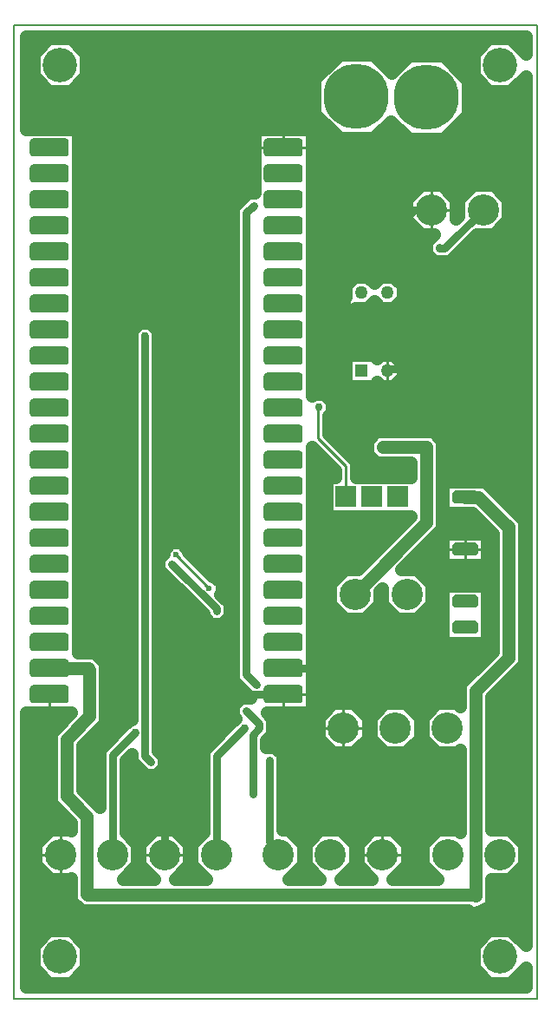
<source format=gbr>
G04 PROTEUS GERBER X2 FILE*
%TF.GenerationSoftware,Labcenter,Proteus,8.13-SP0-Build31525*%
%TF.CreationDate,2024-05-12T14:24:26+00:00*%
%TF.FileFunction,Copper,L1,Top*%
%TF.FilePolarity,Positive*%
%TF.Part,Single*%
%TF.SameCoordinates,{a0f7e056-3ba2-47e4-9380-b7f19c802b0c}*%
%FSLAX45Y45*%
%MOMM*%
G01*
%TA.AperFunction,Conductor*%
%ADD10C,0.762000*%
%ADD11C,0.279400*%
%ADD12C,1.270000*%
%TA.AperFunction,ViaPad*%
%ADD13C,0.762000*%
%ADD14C,0.600000*%
%TA.AperFunction,Conductor*%
%ADD15C,0.254000*%
%AMPPAD006*
4,1,36,
-1.905000,-0.584200,
-1.905000,0.584200,
-1.898940,0.646520,
-1.881490,0.704160,
-1.853770,0.755980,
-1.816890,0.800890,
-1.771980,0.837760,
-1.720160,0.865480,
-1.662520,0.882930,
-1.600200,0.889000,
1.600200,0.889000,
1.662520,0.882930,
1.720160,0.865480,
1.771980,0.837760,
1.816890,0.800890,
1.853770,0.755980,
1.881490,0.704160,
1.898940,0.646520,
1.905000,0.584200,
1.905000,-0.584200,
1.898940,-0.646520,
1.881490,-0.704160,
1.853770,-0.755980,
1.816890,-0.800890,
1.771980,-0.837760,
1.720160,-0.865480,
1.662520,-0.882930,
1.600200,-0.889000,
-1.600200,-0.889000,
-1.662520,-0.882930,
-1.720160,-0.865480,
-1.771980,-0.837760,
-1.816890,-0.800890,
-1.853770,-0.755980,
-1.881490,-0.704160,
-1.898940,-0.646520,
-1.905000,-0.584200,
0*%
%TA.AperFunction,ComponentPad*%
%ADD16PPAD006*%
%TA.AperFunction,ComponentPad*%
%ADD17C,3.048000*%
%AMDIL008*
4,1,8,
-1.270000,0.381000,-1.016000,0.635000,1.016000,0.635000,1.270000,0.381000,1.270000,-0.381000,
1.016000,-0.635000,-1.016000,-0.635000,-1.270000,-0.381000,-1.270000,0.381000,
0*%
%ADD18DIL008*%
%TA.AperFunction,ComponentPad*%
%ADD19R,2.032000X2.032000*%
%TA.AperFunction,ComponentPad*%
%ADD70R,1.270000X1.270000*%
%ADD71C,1.270000*%
%TA.AperFunction,OtherPad,Unknown*%
%ADD20C,3.352800*%
%ADD21C,6.350000*%
%TA.AperFunction,Profile*%
%ADD22C,0.203200*%
%TD.AperFunction*%
G36*
X+3002940Y+5869861D02*
X+2856262Y+6016539D01*
X+2643738Y+6016539D01*
X+2493461Y+5866262D01*
X+2493461Y+5653738D01*
X+2643738Y+5503461D01*
X+2856262Y+5503461D01*
X+3002940Y+5650139D01*
X+3002940Y-2830139D01*
X+2856262Y-2683461D01*
X+2643738Y-2683461D01*
X+2493461Y-2833738D01*
X+2493461Y-3046262D01*
X+2643738Y-3196539D01*
X+2856262Y-3196539D01*
X+3002940Y-3049861D01*
X+3002940Y-3238240D01*
X-1883540Y-3238240D01*
X-1883540Y-558799D01*
X-1437978Y-558799D01*
X-1636891Y-757712D01*
X-1636891Y-1438182D01*
X-1437496Y-1637577D01*
X-1437496Y-1709056D01*
X-1444751Y-1701801D01*
X-1644649Y-1701801D01*
X-1785999Y-1843151D01*
X-1785999Y-2043049D01*
X-1644649Y-2184399D01*
X-1444751Y-2184399D01*
X-1437496Y-2177144D01*
X-1437496Y-2392213D01*
X-1342086Y-2487623D01*
X+2438892Y-2487623D01*
X+2479480Y-2528211D01*
X+2667636Y-2450273D01*
X+2667636Y-2184399D01*
X+2847849Y-2184399D01*
X+2989199Y-2043049D01*
X+2989199Y-1843151D01*
X+2847849Y-1701801D01*
X+2667636Y-1701801D01*
X+2667636Y-409035D01*
X+2988299Y-88372D01*
X+2988299Y+1312565D01*
X+2625399Y+1675465D01*
X+2625399Y+1694499D01*
X+2193601Y+1694499D01*
X+2193601Y+1389701D01*
X+2480115Y+1389701D01*
X+2683501Y+1186315D01*
X+2683501Y+37878D01*
X+2362838Y-282785D01*
X+2362838Y-495590D01*
X+2335949Y-468701D01*
X+2136051Y-468701D01*
X+1994701Y-610051D01*
X+1994701Y-809949D01*
X+2136051Y-951299D01*
X+2335949Y-951299D01*
X+2362838Y-924410D01*
X+2362838Y-1724790D01*
X+2339849Y-1701801D01*
X+2139951Y-1701801D01*
X+1998601Y-1843151D01*
X+1998601Y-2043049D01*
X+2138377Y-2182825D01*
X+1701723Y-2182825D01*
X+1841499Y-2043049D01*
X+1841499Y-1843151D01*
X+1700149Y-1701801D01*
X+1500251Y-1701801D01*
X+1358901Y-1843151D01*
X+1358901Y-2043049D01*
X+1498677Y-2182825D01*
X+1193723Y-2182825D01*
X+1333499Y-2043049D01*
X+1333499Y-1843151D01*
X+1192149Y-1701801D01*
X+992251Y-1701801D01*
X+850901Y-1843151D01*
X+850901Y-2043049D01*
X+990677Y-2182825D01*
X+685723Y-2182825D01*
X+825499Y-2043049D01*
X+825499Y-1843151D01*
X+684149Y-1701801D01*
X+625695Y-1701801D01*
X+625695Y-968242D01*
X+551301Y-893848D01*
X+462741Y-893848D01*
X+462741Y-831356D01*
X+527372Y-766725D01*
X+527372Y-615770D01*
X+470401Y-558799D01*
X+914399Y-558799D01*
X+914399Y+2031633D01*
X+1141731Y+1804301D01*
X+1141731Y+1739899D01*
X+1085993Y+1739899D01*
X+1113248Y+1767154D01*
X+1113248Y+1832186D01*
X+1067264Y+1878170D01*
X+1002232Y+1878170D01*
X+956248Y+1832186D01*
X+956248Y+1767154D01*
X+1002232Y+1721170D01*
X+1054101Y+1721170D01*
X+1054101Y+1358901D01*
X+1879977Y+1358901D01*
X+1359275Y+838199D01*
X+1233551Y+838199D01*
X+1092201Y+696849D01*
X+1092201Y+496951D01*
X+1233551Y+355601D01*
X+1433449Y+355601D01*
X+1574799Y+496951D01*
X+1574799Y+622675D01*
X+1600201Y+648077D01*
X+1600201Y+496951D01*
X+1741551Y+355601D01*
X+1941449Y+355601D01*
X+2082799Y+496951D01*
X+2082799Y+696849D01*
X+1941449Y+838199D01*
X+1790323Y+838199D01*
X+2187882Y+1235758D01*
X+2187882Y+2094837D01*
X+2098608Y+2184111D01*
X+1543772Y+2184111D01*
X+1454499Y+2094838D01*
X+1454499Y+1968586D01*
X+1543772Y+1879313D01*
X+1883084Y+1879313D01*
X+1883084Y+1739899D01*
X+1347469Y+1739899D01*
X+1347469Y+1889519D01*
X+1075125Y+2161863D01*
X+1075125Y+2336500D01*
X+1105135Y+2366510D01*
X+1105135Y+2471720D01*
X+1030741Y+2546114D01*
X+925531Y+2546114D01*
X+914399Y+2534982D01*
X+914399Y+5130799D01*
X+355601Y+5130799D01*
X+355601Y+4514680D01*
X+291310Y+4514680D01*
X+145002Y+4368372D01*
X+145002Y-242604D01*
X+315400Y-413002D01*
X+219396Y-413002D01*
X+145002Y-487396D01*
X+145002Y-592604D01*
X+168256Y-615858D01*
X+128690Y-655425D01*
X+128690Y-655427D01*
X-147699Y-931816D01*
X-147699Y-1728851D01*
X-261999Y-1843151D01*
X-261999Y-2043049D01*
X-122223Y-2182825D01*
X-427177Y-2182825D01*
X-287401Y-2043049D01*
X-287401Y-1843151D01*
X-428751Y-1701801D01*
X-628649Y-1701801D01*
X-769999Y-1843151D01*
X-769999Y-2043049D01*
X-630223Y-2182825D01*
X-935177Y-2182825D01*
X-795401Y-2043049D01*
X-795401Y-1843151D01*
X-909701Y-1728851D01*
X-909701Y-1025803D01*
X-845518Y-961620D01*
X-845518Y-1035884D01*
X-787399Y-1094003D01*
X-787399Y-1094005D01*
X-713005Y-1168399D01*
X-607795Y-1168399D01*
X-533401Y-1094005D01*
X-533401Y-988795D01*
X-591520Y-930676D01*
X-591520Y+3164766D01*
X-665914Y+3239160D01*
X-771124Y+3239160D01*
X-845518Y+3164766D01*
X-845518Y-622301D01*
X-865405Y-622301D01*
X-939799Y-696695D01*
X-939799Y-696697D01*
X-1163699Y-920597D01*
X-1163699Y-1480326D01*
X-1332093Y-1311932D01*
X-1332093Y-883962D01*
X-1107601Y-659470D01*
X-1107601Y-76875D01*
X-1209875Y+25399D01*
X-1371601Y+25399D01*
X-1371601Y+5130799D01*
X-1883540Y+5130799D01*
X-1883540Y+6038240D01*
X+3002940Y+6038240D01*
X+3002940Y+5869861D01*
G37*
%LPC*%
G36*
X+2625399Y+373701D02*
X+2625399Y+119701D01*
X+2193601Y+119701D01*
X+2193601Y+678499D01*
X+2625399Y+678499D01*
X+2625399Y+373701D01*
G37*
G36*
X+2193601Y+881701D02*
X+2193601Y+1186499D01*
X+2625399Y+1186499D01*
X+2625399Y+881701D01*
X+2193601Y+881701D01*
G37*
G36*
X+2829599Y+4446049D02*
X+2829599Y+4246151D01*
X+2688249Y+4104801D01*
X+2526603Y+4104801D01*
X+2264523Y+3842721D01*
X+2110329Y+3842721D01*
X+2035935Y+3917115D01*
X+2035935Y+4032324D01*
X+2108412Y+4104801D01*
X+1980351Y+4104801D01*
X+1839001Y+4246151D01*
X+1839001Y+4446049D01*
X+1980351Y+4587399D01*
X+2180249Y+4587399D01*
X+2321599Y+4446049D01*
X+2321599Y+4259001D01*
X+2347001Y+4284403D01*
X+2347001Y+4446049D01*
X+2488351Y+4587399D01*
X+2688249Y+4587399D01*
X+2829599Y+4446049D01*
G37*
G36*
X+1799949Y+2840976D02*
X+1799949Y+2714724D01*
X+1710676Y+2625451D01*
X+1584424Y+2625451D01*
X+1545949Y+2663926D01*
X+1545949Y+2625451D01*
X+1241151Y+2625451D01*
X+1241151Y+2930249D01*
X+1545949Y+2930249D01*
X+1545949Y+2891774D01*
X+1584424Y+2930249D01*
X+1710676Y+2930249D01*
X+1799949Y+2840976D01*
G37*
G36*
X+1799949Y+3602976D02*
X+1799949Y+3476724D01*
X+1710676Y+3387451D01*
X+1584424Y+3387451D01*
X+1520550Y+3451325D01*
X+1456676Y+3387451D01*
X+1337028Y+3387451D01*
X+1337028Y+3378579D01*
X+1288671Y+3330222D01*
X+1220285Y+3330222D01*
X+1171928Y+3378579D01*
X+1171928Y+3446965D01*
X+1220285Y+3495322D01*
X+1241151Y+3495322D01*
X+1241151Y+3602976D01*
X+1330424Y+3692249D01*
X+1456676Y+3692249D01*
X+1520550Y+3628375D01*
X+1584424Y+3692249D01*
X+1710676Y+3692249D01*
X+1799949Y+3602976D01*
G37*
G36*
X-1806539Y+5653738D02*
X-1806539Y+5866262D01*
X-1656262Y+6016539D01*
X-1443738Y+6016539D01*
X-1293461Y+5866262D01*
X-1293461Y+5653738D01*
X-1443738Y+5503461D01*
X-1656262Y+5503461D01*
X-1806539Y+5653738D01*
G37*
G36*
X-1806539Y-3046262D02*
X-1806539Y-2833738D01*
X-1656262Y-2683461D01*
X-1443738Y-2683461D01*
X-1293461Y-2833738D01*
X-1293461Y-3046262D01*
X-1443738Y-3196539D01*
X-1656262Y-3196539D01*
X-1806539Y-3046262D01*
G37*
G36*
X+1695000Y+5679735D02*
X+1861664Y+5846399D01*
X+2198336Y+5846399D01*
X+2436399Y+5608336D01*
X+2436399Y+5271664D01*
X+2198336Y+5033601D01*
X+1861664Y+5033601D01*
X+1685000Y+5210265D01*
X+1518336Y+5043601D01*
X+1181664Y+5043601D01*
X+943601Y+5281664D01*
X+943601Y+5618336D01*
X+1181664Y+5856399D01*
X+1518336Y+5856399D01*
X+1695000Y+5679735D01*
G37*
G36*
X+978701Y-809949D02*
X+978701Y-610051D01*
X+1120051Y-468701D01*
X+1319949Y-468701D01*
X+1461299Y-610051D01*
X+1461299Y-809949D01*
X+1319949Y-951299D01*
X+1120051Y-951299D01*
X+978701Y-809949D01*
G37*
G36*
X+1486701Y-809949D02*
X+1486701Y-610051D01*
X+1628051Y-468701D01*
X+1827949Y-468701D01*
X+1969299Y-610051D01*
X+1969299Y-809949D01*
X+1827949Y-951299D01*
X+1628051Y-951299D01*
X+1486701Y-809949D01*
G37*
G36*
X-116600Y-410665D02*
X-116600Y-345633D01*
X-70616Y-299649D01*
X-5584Y-299649D01*
X+40400Y-345633D01*
X+40400Y-410665D01*
X-5584Y-456649D01*
X-70616Y-456649D01*
X-116600Y-410665D01*
G37*
G36*
X-1798532Y-1340294D02*
X-1798532Y-1275262D01*
X-1752548Y-1229278D01*
X-1687516Y-1229278D01*
X-1641532Y-1275262D01*
X-1641532Y-1340294D01*
X-1687516Y-1386278D01*
X-1752548Y-1386278D01*
X-1798532Y-1340294D01*
G37*
G36*
X+2582004Y+2757300D02*
X+2582004Y+2825686D01*
X+2630361Y+2874043D01*
X+2698747Y+2874043D01*
X+2747104Y+2825686D01*
X+2747104Y+2757300D01*
X+2698747Y+2708943D01*
X+2630361Y+2708943D01*
X+2582004Y+2757300D01*
G37*
G36*
X-294028Y+1027919D02*
X-294028Y+1005248D01*
X-62812Y+774032D01*
X-40141Y+774032D01*
X+29508Y+704383D01*
X+29508Y+605883D01*
X+20342Y+596716D01*
X+106999Y+510059D01*
X+106999Y+377395D01*
X+32605Y+303001D01*
X-72605Y+303001D01*
X-146999Y+377395D01*
X-146999Y+404853D01*
X-581754Y+839608D01*
X-581754Y+944816D01*
X-531826Y+994744D01*
X-531826Y+1027919D01*
X-462177Y+1097568D01*
X-363677Y+1097568D01*
X-294028Y+1027919D01*
G37*
%LPD*%
D10*
X-1036700Y-1943100D02*
X-1036700Y-973200D01*
X-812800Y-749300D01*
X-20700Y-1943100D02*
X-20700Y-984419D01*
X+255689Y-708030D01*
X-718519Y+3112161D02*
X-718519Y-983281D01*
X-660400Y-1041400D01*
D11*
X+1244600Y+1549400D02*
X+1244600Y+1846910D01*
X+972256Y+2119254D01*
X+972256Y+2413235D01*
X+978136Y+2419115D01*
D10*
X+343914Y+4387682D02*
X+272000Y+4315768D01*
X+272000Y-190000D01*
X+369618Y-287618D01*
X+372000Y-287618D01*
X+498696Y-1020847D02*
X+498696Y-1816696D01*
X+622000Y-1940000D01*
X+584200Y-1943100D01*
X-38100Y-378149D02*
X+350446Y-378149D01*
X+351259Y-378962D01*
X+353297Y-381000D01*
X+619999Y-381000D01*
X+635000Y-381000D01*
X-528700Y-1943100D02*
X-528700Y-783484D01*
X-124178Y-378962D01*
X+351259Y-378962D01*
X+617961Y-378962D01*
X+619999Y-381000D01*
X+642351Y-403352D01*
X+635000Y-381000D01*
X+635000Y-127000D02*
X+978187Y-127000D01*
X+978924Y-126263D01*
X+978924Y+1743846D01*
X+1034748Y+1799670D01*
X+2162934Y+3979719D02*
X+2162934Y+3969719D01*
X+2211919Y+3969719D01*
X+2588300Y+4346100D01*
X+1254478Y+3412772D02*
X+1254478Y+3684478D01*
X+1916100Y+4346100D01*
X+2080300Y+4346100D01*
X+2664554Y+2791493D02*
X+1661193Y+2791493D01*
X+1647550Y+2777850D01*
D12*
X-1651000Y-127000D02*
X-1273000Y-127000D01*
X-1260000Y-140000D01*
X-1260000Y-596345D01*
X-1484492Y-820837D01*
X-1484492Y-1375057D01*
X-1285097Y-1574452D01*
X-1285097Y-2329088D01*
X-1278961Y-2335224D01*
X+2502017Y-2335224D01*
X+2515237Y-2348444D01*
X+2515237Y-345910D01*
X+2835900Y-25247D01*
X+2835900Y+1249440D01*
X+2789037Y+1296303D01*
X+2543240Y+1542100D01*
X+2409500Y+1542100D01*
X+1333500Y+596900D02*
X+2035483Y+1298883D01*
X+2035483Y+2031712D01*
X+1606898Y+2031712D01*
D10*
X+335742Y-1353970D02*
X+335742Y-778753D01*
X+400373Y-714122D01*
X+400373Y-668373D01*
X+272000Y-540000D01*
X-454756Y+892212D02*
X-20000Y+457456D01*
X-20000Y+430000D01*
D11*
X-89391Y+655133D02*
X-412927Y+978669D01*
D13*
X-812800Y-749300D03*
X+255689Y-708030D03*
X-718519Y+3112161D03*
X-660400Y-1041400D03*
X+978136Y+2419115D03*
X+1254478Y+3412772D03*
D14*
X+343914Y+4387682D03*
X+372000Y-287618D03*
X+498696Y-1020847D03*
X-38100Y-378149D03*
X+1034748Y+1799670D03*
X+2162934Y+3979719D03*
X-1720032Y-1307778D03*
D13*
X+2664554Y+2791493D03*
X+1606898Y+2031712D03*
D14*
X+335742Y-1353970D03*
X+272000Y-540000D03*
X-454756Y+892212D03*
X-20000Y+430000D03*
X-89391Y+655133D03*
X-412927Y+978669D03*
D12*
X+3002940Y+5869861D02*
X+2856262Y+6016539D01*
X+2643738Y+6016539D01*
X+2493461Y+5866262D01*
X+2493461Y+5653738D01*
X+2643738Y+5503461D01*
X+2856262Y+5503461D01*
X+3002940Y+5650139D01*
X+3002940Y-2830139D01*
X+2856262Y-2683461D01*
X+2643738Y-2683461D01*
X+2493461Y-2833738D01*
X+2493461Y-3046262D01*
X+2643738Y-3196539D01*
X+2856262Y-3196539D01*
X+3002940Y-3049861D01*
X+3002940Y-3238240D01*
X-1883540Y-3238240D01*
X-1883540Y-558799D01*
X-1437978Y-558799D01*
X-1636891Y-757712D01*
X-1636891Y-1438182D01*
X-1437496Y-1637577D01*
X-1437496Y-1709056D01*
X-1444751Y-1701801D01*
X-1644649Y-1701801D01*
X-1785999Y-1843151D01*
X-1785999Y-2043049D01*
X-1644649Y-2184399D01*
X-1444751Y-2184399D01*
X-1437496Y-2177144D01*
X-1437496Y-2392213D01*
X-1342086Y-2487623D01*
X+2438892Y-2487623D01*
X+2479480Y-2528211D01*
X+2667636Y-2450273D01*
X+2667636Y-2184399D01*
X+2847849Y-2184399D01*
X+2989199Y-2043049D01*
X+2989199Y-1843151D01*
X+2847849Y-1701801D01*
X+2667636Y-1701801D01*
X+2667636Y-409035D01*
X+2988299Y-88372D01*
X+2988299Y+1312565D01*
X+2625399Y+1675465D01*
X+2625399Y+1694499D01*
X+2193601Y+1694499D01*
X+2193601Y+1389701D01*
X+2480115Y+1389701D01*
X+2683501Y+1186315D01*
X+2683501Y+37878D01*
X+2362838Y-282785D01*
X+2362838Y-495590D01*
X+2335949Y-468701D01*
X+2136051Y-468701D01*
X+1994701Y-610051D01*
X+1994701Y-809949D01*
X+2136051Y-951299D01*
X+2335949Y-951299D01*
X+2362838Y-924410D01*
X+2362838Y-1724790D01*
X+2339849Y-1701801D01*
X+2139951Y-1701801D01*
X+1998601Y-1843151D01*
X+1998601Y-2043049D01*
X+2138377Y-2182825D01*
X+1701723Y-2182825D01*
X+1841499Y-2043049D01*
X+1841499Y-1843151D01*
X+1700149Y-1701801D01*
X+1500251Y-1701801D01*
X+1358901Y-1843151D01*
X+1358901Y-2043049D01*
X+1498677Y-2182825D01*
X+1193723Y-2182825D01*
X+1333499Y-2043049D01*
X+1333499Y-1843151D01*
X+1192149Y-1701801D01*
X+992251Y-1701801D01*
X+850901Y-1843151D01*
X+850901Y-2043049D01*
X+990677Y-2182825D01*
X+685723Y-2182825D01*
X+825499Y-2043049D01*
X+825499Y-1843151D01*
X+684149Y-1701801D01*
X+625695Y-1701801D01*
X+625695Y-968242D01*
X+551301Y-893848D01*
X+462741Y-893848D01*
X+462741Y-831356D01*
X+527372Y-766725D01*
X+527372Y-615770D01*
X+470401Y-558799D01*
X+914399Y-558799D01*
X+914399Y+2031633D01*
X+1141731Y+1804301D01*
X+1141731Y+1739899D01*
X+1085993Y+1739899D01*
X+1113248Y+1767154D01*
X+1113248Y+1832186D01*
X+1067264Y+1878170D01*
X+1002232Y+1878170D01*
X+956248Y+1832186D01*
X+956248Y+1767154D01*
X+1002232Y+1721170D01*
X+1054101Y+1721170D01*
X+1054101Y+1358901D01*
X+1879977Y+1358901D01*
X+1359275Y+838199D01*
X+1233551Y+838199D01*
X+1092201Y+696849D01*
X+1092201Y+496951D01*
X+1233551Y+355601D01*
X+1433449Y+355601D01*
X+1574799Y+496951D01*
X+1574799Y+622675D01*
X+1600201Y+648077D01*
X+1600201Y+496951D01*
X+1741551Y+355601D01*
X+1941449Y+355601D01*
X+2082799Y+496951D01*
X+2082799Y+696849D01*
X+1941449Y+838199D01*
X+1790323Y+838199D01*
X+2187882Y+1235758D01*
X+2187882Y+2094837D01*
X+2098608Y+2184111D01*
X+1543772Y+2184111D01*
X+1454499Y+2094838D01*
X+1454499Y+1968586D01*
X+1543772Y+1879313D01*
X+1883084Y+1879313D01*
X+1883084Y+1739899D01*
X+1347469Y+1739899D01*
X+1347469Y+1889519D01*
X+1075125Y+2161863D01*
X+1075125Y+2336500D01*
X+1105135Y+2366510D01*
X+1105135Y+2471720D01*
X+1030741Y+2546114D01*
X+925531Y+2546114D01*
X+914399Y+2534982D01*
X+914399Y+5130799D01*
X+355601Y+5130799D01*
X+355601Y+4514680D01*
X+291310Y+4514680D01*
X+145002Y+4368372D01*
X+145002Y-242604D01*
X+315400Y-413002D01*
X+219396Y-413002D01*
X+145002Y-487396D01*
X+145002Y-592604D01*
X+168256Y-615858D01*
X+128690Y-655425D01*
X+128690Y-655427D01*
X-147699Y-931816D01*
X-147699Y-1728851D01*
X-261999Y-1843151D01*
X-261999Y-2043049D01*
X-122223Y-2182825D01*
X-427177Y-2182825D01*
X-287401Y-2043049D01*
X-287401Y-1843151D01*
X-428751Y-1701801D01*
X-628649Y-1701801D01*
X-769999Y-1843151D01*
X-769999Y-2043049D01*
X-630223Y-2182825D01*
X-935177Y-2182825D01*
X-795401Y-2043049D01*
X-795401Y-1843151D01*
X-909701Y-1728851D01*
X-909701Y-1025803D01*
X-845518Y-961620D01*
X-845518Y-1035884D01*
X-787399Y-1094003D01*
X-787399Y-1094005D01*
X-713005Y-1168399D01*
X-607795Y-1168399D01*
X-533401Y-1094005D01*
X-533401Y-988795D01*
X-591520Y-930676D01*
X-591520Y+3164766D01*
X-665914Y+3239160D01*
X-771124Y+3239160D01*
X-845518Y+3164766D01*
X-845518Y-622301D01*
X-865405Y-622301D01*
X-939799Y-696695D01*
X-939799Y-696697D01*
X-1163699Y-920597D01*
X-1163699Y-1480326D01*
X-1332093Y-1311932D01*
X-1332093Y-883962D01*
X-1107601Y-659470D01*
X-1107601Y-76875D01*
X-1209875Y+25399D01*
X-1371601Y+25399D01*
X-1371601Y+5130799D01*
X-1883540Y+5130799D01*
X-1883540Y+6038240D01*
X+3002940Y+6038240D01*
X+3002940Y+5869861D01*
X+2625399Y+373701D02*
X+2625399Y+119701D01*
X+2193601Y+119701D01*
X+2193601Y+678499D01*
X+2625399Y+678499D01*
X+2625399Y+373701D01*
X+2193601Y+881701D02*
X+2193601Y+1186499D01*
X+2625399Y+1186499D01*
X+2625399Y+881701D01*
X+2193601Y+881701D01*
X+2829599Y+4446049D02*
X+2829599Y+4246151D01*
X+2688249Y+4104801D01*
X+2526603Y+4104801D01*
X+2264523Y+3842721D01*
X+2110329Y+3842721D01*
X+2035935Y+3917115D01*
X+2035935Y+4032324D01*
X+2108412Y+4104801D01*
X+1980351Y+4104801D01*
X+1839001Y+4246151D01*
X+1839001Y+4446049D01*
X+1980351Y+4587399D01*
X+2180249Y+4587399D01*
X+2321599Y+4446049D01*
X+2321599Y+4259001D01*
X+2347001Y+4284403D01*
X+2347001Y+4446049D01*
X+2488351Y+4587399D01*
X+2688249Y+4587399D01*
X+2829599Y+4446049D01*
X+1799949Y+2840976D02*
X+1799949Y+2714724D01*
X+1710676Y+2625451D01*
X+1584424Y+2625451D01*
X+1545949Y+2663926D01*
X+1545949Y+2625451D01*
X+1241151Y+2625451D01*
X+1241151Y+2930249D01*
X+1545949Y+2930249D01*
X+1545949Y+2891774D01*
X+1584424Y+2930249D01*
X+1710676Y+2930249D01*
X+1799949Y+2840976D01*
X+1799949Y+3602976D02*
X+1799949Y+3476724D01*
X+1710676Y+3387451D01*
X+1584424Y+3387451D01*
X+1520550Y+3451325D01*
X+1456676Y+3387451D01*
X+1337028Y+3387451D01*
X+1337028Y+3378579D01*
X+1288671Y+3330222D01*
X+1220285Y+3330222D01*
X+1171928Y+3378579D01*
X+1171928Y+3446965D01*
X+1220285Y+3495322D01*
X+1241151Y+3495322D01*
X+1241151Y+3602976D01*
X+1330424Y+3692249D01*
X+1456676Y+3692249D01*
X+1520550Y+3628375D01*
X+1584424Y+3692249D01*
X+1710676Y+3692249D01*
X+1799949Y+3602976D01*
X-1806539Y+5653738D02*
X-1806539Y+5866262D01*
X-1656262Y+6016539D01*
X-1443738Y+6016539D01*
X-1293461Y+5866262D01*
X-1293461Y+5653738D01*
X-1443738Y+5503461D01*
X-1656262Y+5503461D01*
X-1806539Y+5653738D01*
X-1806539Y-3046262D02*
X-1806539Y-2833738D01*
X-1656262Y-2683461D01*
X-1443738Y-2683461D01*
X-1293461Y-2833738D01*
X-1293461Y-3046262D01*
X-1443738Y-3196539D01*
X-1656262Y-3196539D01*
X-1806539Y-3046262D01*
X+1695000Y+5679735D02*
X+1861664Y+5846399D01*
X+2198336Y+5846399D01*
X+2436399Y+5608336D01*
X+2436399Y+5271664D01*
X+2198336Y+5033601D01*
X+1861664Y+5033601D01*
X+1685000Y+5210265D01*
X+1518336Y+5043601D01*
X+1181664Y+5043601D01*
X+943601Y+5281664D01*
X+943601Y+5618336D01*
X+1181664Y+5856399D01*
X+1518336Y+5856399D01*
X+1695000Y+5679735D01*
X+978701Y-809949D02*
X+978701Y-610051D01*
X+1120051Y-468701D01*
X+1319949Y-468701D01*
X+1461299Y-610051D01*
X+1461299Y-809949D01*
X+1319949Y-951299D01*
X+1120051Y-951299D01*
X+978701Y-809949D01*
X+1486701Y-809949D02*
X+1486701Y-610051D01*
X+1628051Y-468701D01*
X+1827949Y-468701D01*
X+1969299Y-610051D01*
X+1969299Y-809949D01*
X+1827949Y-951299D01*
X+1628051Y-951299D01*
X+1486701Y-809949D01*
X-116600Y-410665D02*
X-116600Y-345633D01*
X-70616Y-299649D01*
X-5584Y-299649D01*
X+40400Y-345633D01*
X+40400Y-410665D01*
X-5584Y-456649D01*
X-70616Y-456649D01*
X-116600Y-410665D01*
X-1798532Y-1340294D02*
X-1798532Y-1275262D01*
X-1752548Y-1229278D01*
X-1687516Y-1229278D01*
X-1641532Y-1275262D01*
X-1641532Y-1340294D01*
X-1687516Y-1386278D01*
X-1752548Y-1386278D01*
X-1798532Y-1340294D01*
X+2582004Y+2757300D02*
X+2582004Y+2825686D01*
X+2630361Y+2874043D01*
X+2698747Y+2874043D01*
X+2747104Y+2825686D01*
X+2747104Y+2757300D01*
X+2698747Y+2708943D01*
X+2630361Y+2708943D01*
X+2582004Y+2757300D01*
X-294028Y+1027919D02*
X-294028Y+1005248D01*
X-62812Y+774032D01*
X-40141Y+774032D01*
X+29508Y+704383D01*
X+29508Y+605883D01*
X+20342Y+596716D01*
X+106999Y+510059D01*
X+106999Y+377395D01*
X+32605Y+303001D01*
X-72605Y+303001D01*
X-146999Y+377395D01*
X-146999Y+404853D01*
X-581754Y+839608D01*
X-581754Y+944816D01*
X-531826Y+994744D01*
X-531826Y+1027919D01*
X-462177Y+1097568D01*
X-363677Y+1097568D01*
X-294028Y+1027919D01*
D15*
X-1651000Y-558799D02*
X-1651000Y-381000D01*
X+635000Y-558799D02*
X+635000Y-381000D01*
X+914399Y-381000D02*
X+635000Y-381000D01*
X+914399Y-127000D02*
X+635000Y-127000D01*
X+635000Y+5130799D02*
X+635000Y+4953000D01*
X+355601Y+4953000D02*
X+635000Y+4953000D01*
X+914399Y+4953000D02*
X+635000Y+4953000D01*
X-287401Y-1943100D02*
X-528700Y-1943100D01*
X-769999Y-1943100D02*
X-528700Y-1943100D01*
X-528700Y-1701801D02*
X-528700Y-1943100D01*
X-1785999Y-1943100D02*
X-1544700Y-1943100D01*
X-1544700Y-1701801D02*
X-1544700Y-1943100D01*
X-1544700Y-2184399D02*
X-1544700Y-1943100D01*
X+2409500Y+881701D02*
X+2409500Y+1034100D01*
X+2409500Y+1186499D02*
X+2409500Y+1034100D01*
X+2625399Y+1034100D02*
X+2409500Y+1034100D01*
X+2193601Y+1034100D02*
X+2409500Y+1034100D01*
X+1358901Y-1943100D02*
X+1600200Y-1943100D01*
X+1841499Y-1943100D02*
X+1600200Y-1943100D01*
X+1600200Y-1701801D02*
X+1600200Y-1943100D01*
X+1839001Y+4346100D02*
X+2080300Y+4346100D01*
X+2321599Y+4346100D02*
X+2080300Y+4346100D01*
X+2080300Y+4104801D02*
X+2080300Y+4346100D01*
X+2080300Y+4587399D02*
X+2080300Y+4346100D01*
X+1799949Y+2777850D02*
X+1647550Y+2777850D01*
X+1647550Y+2625451D02*
X+1647550Y+2777850D01*
X+1647550Y+2930249D02*
X+1647550Y+2777850D01*
X+978701Y-710000D02*
X+1220000Y-710000D01*
X+1461299Y-710000D02*
X+1220000Y-710000D01*
X+1220000Y-951299D02*
X+1220000Y-710000D01*
X+1220000Y-468701D02*
X+1220000Y-710000D01*
D16*
X-1651000Y+4953000D03*
X-1651000Y+4699000D03*
X-1651000Y+4445000D03*
X-1651000Y+4191000D03*
X-1651000Y+3937000D03*
X-1651000Y+3683000D03*
X-1651000Y+3429000D03*
X-1651000Y+3175000D03*
X-1651000Y+2921000D03*
X-1651000Y+2667000D03*
X-1651000Y+2413000D03*
X-1651000Y+2159000D03*
X-1651000Y+1905000D03*
X-1651000Y+1651000D03*
X-1651000Y+1397000D03*
X-1651000Y+1143000D03*
X-1651000Y+889000D03*
X-1651000Y+635000D03*
X-1651000Y+381000D03*
X-1651000Y+127000D03*
X-1651000Y-127000D03*
X-1651000Y-381000D03*
X+635000Y-381000D03*
X+635000Y-127000D03*
X+635000Y+127000D03*
X+635000Y+381000D03*
X+635000Y+635000D03*
X+635000Y+889000D03*
X+635000Y+1143000D03*
X+635000Y+1397000D03*
X+635000Y+1651000D03*
X+635000Y+1905000D03*
X+635000Y+2159000D03*
X+635000Y+2413000D03*
X+635000Y+2667000D03*
X+635000Y+2921000D03*
X+635000Y+3175000D03*
X+635000Y+3429000D03*
X+635000Y+3683000D03*
X+635000Y+3937000D03*
X+635000Y+4191000D03*
X+635000Y+4445000D03*
X+635000Y+4699000D03*
X+635000Y+4953000D03*
D17*
X-20700Y-1943100D03*
X-528700Y-1943100D03*
X-1036700Y-1943100D03*
X-1544700Y-1943100D03*
X+2747900Y-1943100D03*
X+2239900Y-1943100D03*
D18*
X+2409500Y+272100D03*
X+2409500Y+526100D03*
X+2409500Y+1034100D03*
X+2409500Y+1542100D03*
D17*
X+584200Y-1943100D03*
X+1092200Y-1943100D03*
X+1600200Y-1943100D03*
X+2080300Y+4346100D03*
X+2588300Y+4346100D03*
X+1333500Y+596900D03*
X+1841500Y+596900D03*
D19*
X+1244600Y+1549400D03*
X+1498600Y+1549400D03*
X+1752600Y+1549400D03*
D70*
X+1393550Y+2777850D03*
D71*
X+1647550Y+2777850D03*
X+1647550Y+3539850D03*
X+1393550Y+3539850D03*
D20*
X-1550000Y+5760000D03*
X+2750000Y+5760000D03*
X-1550000Y-2940000D03*
X+2750000Y-2940000D03*
D21*
X+2030000Y+5440000D03*
X+1350000Y+5450000D03*
D17*
X+1220000Y-710000D03*
X+1728000Y-710000D03*
X+2236000Y-710000D03*
D22*
X-1995300Y-3350000D02*
X+3114700Y-3350000D01*
X+3114700Y+6150000D01*
X-1995300Y+6150000D01*
X-1995300Y-3350000D01*
M02*

</source>
